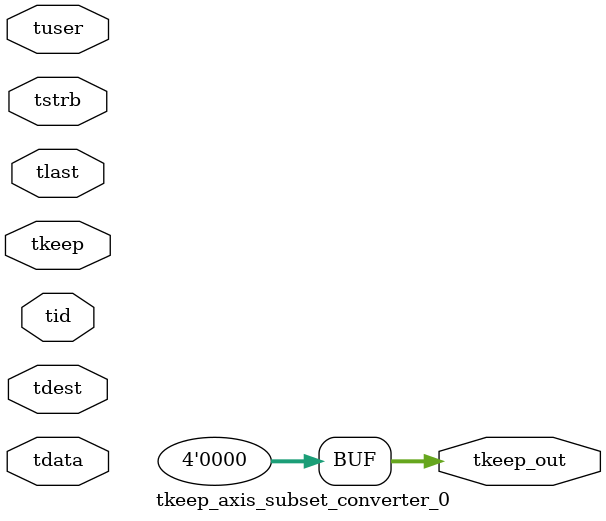
<source format=v>


`timescale 1ps/1ps

module tkeep_axis_subset_converter_0 #
(
parameter C_S_AXIS_TDATA_WIDTH = 32,
parameter C_S_AXIS_TUSER_WIDTH = 0,
parameter C_S_AXIS_TID_WIDTH   = 0,
parameter C_S_AXIS_TDEST_WIDTH = 0,
parameter C_M_AXIS_TDATA_WIDTH = 32
)
(
input  [(C_S_AXIS_TDATA_WIDTH == 0 ? 1 : C_S_AXIS_TDATA_WIDTH)-1:0     ] tdata,
input  [(C_S_AXIS_TUSER_WIDTH == 0 ? 1 : C_S_AXIS_TUSER_WIDTH)-1:0     ] tuser,
input  [(C_S_AXIS_TID_WIDTH   == 0 ? 1 : C_S_AXIS_TID_WIDTH)-1:0       ] tid,
input  [(C_S_AXIS_TDEST_WIDTH == 0 ? 1 : C_S_AXIS_TDEST_WIDTH)-1:0     ] tdest,
input  [(C_S_AXIS_TDATA_WIDTH/8)-1:0 ] tkeep,
input  [(C_S_AXIS_TDATA_WIDTH/8)-1:0 ] tstrb,
input                                                                    tlast,
output [(C_M_AXIS_TDATA_WIDTH/8)-1:0 ] tkeep_out
);

assign tkeep_out = {1'b0};

endmodule


</source>
